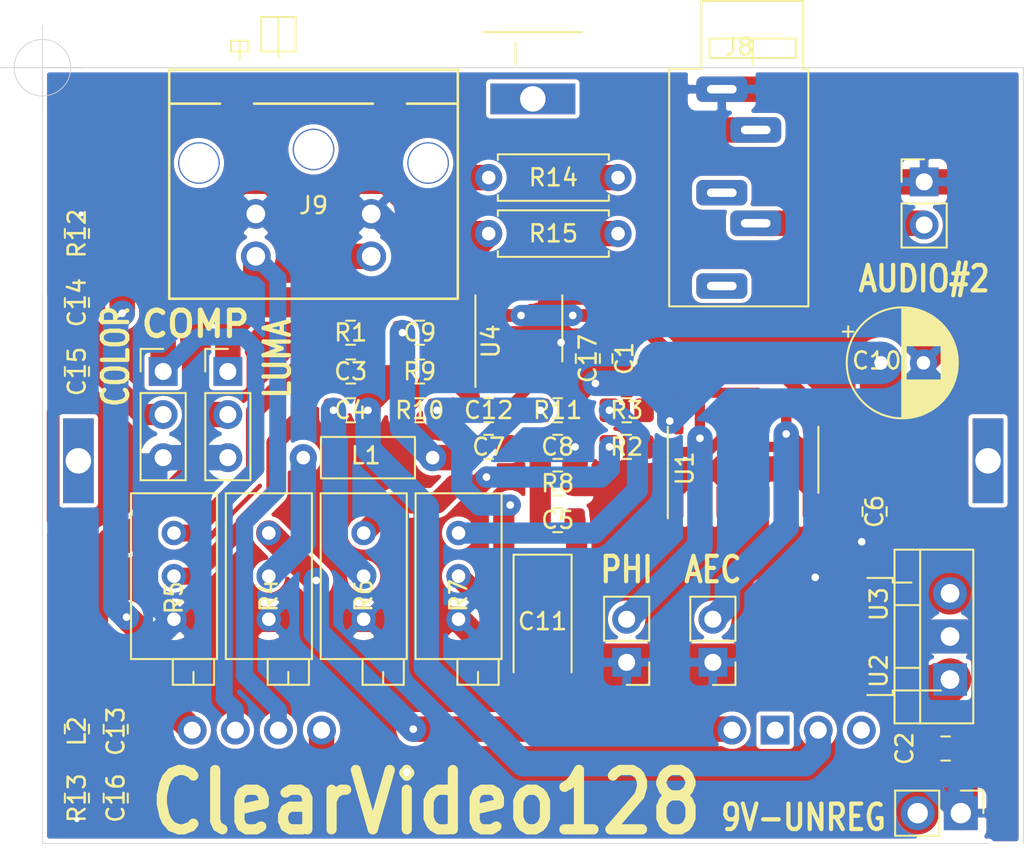
<source format=kicad_pcb>
(kicad_pcb (version 20171130) (host pcbnew "(5.1.2)-1")
  (layers (0 F.Cu signal) (31 B.Cu signal) (34 B.Paste user) (35 F.Paste user) (36 B.SilkS user) (37 F.SilkS user) (38 B.Mask user hide) (39 F.Mask user hide) (44 Edge.Cuts user))
  (net 0 "")
  (net 1 GND)
  (net 2 "Net-(C3-Pad2)")
  (net 3 +5V)
  (net 4 "Net-(L1-Pad1)")
  (net 5 "Net-(R15-Pad1)")
  (net 6 /AEC)
  (net 7 /PHCL)
  (net 8 "Net-(C2-Pad1)")
  (net 9 "Net-(C4-Pad2)")
  (net 10 "Net-(C5-Pad1)")
  (net 11 "Net-(C5-Pad2)")
  (net 12 "Net-(C7-Pad1)")
  (net 13 "Net-(C9-Pad1)")
  (net 14 "Net-(C11-Pad1)")
  (net 15 "Net-(C12-Pad2)")
  (net 16 "Net-(C12-Pad1)")
  (net 17 "Net-(C13-Pad2)")
  (net 18 "Net-(C13-Pad1)")
  (net 19 "Net-(C14-Pad1)")
  (net 20 "Net-(C14-Pad2)")
  (net 21 "Net-(C15-Pad1)")
  (net 22 /COMP-OUT)
  (net 23 /AUDIO-IN)
  (net 24 /CHR-OUT)
  (net 25 /SLUM-OUT)
  (net 26 "Net-(J3-Pad1)")
  (net 27 /SLUM-IN)
  (net 28 "Net-(J3-Pad3)")
  (net 29 /CHR-IN)
  (net 30 "Net-(J7-Pad2)")
  (net 31 "Net-(J8-Pad4)")
  (net 32 "Net-(J8-Pad5)")
  (net 33 "Net-(R1-Pad1)")
  (net 34 "Net-(R1-Pad2)")
  (net 35 "Net-(R2-Pad1)")
  (net 36 "Net-(R2-Pad2)")
  (net 37 "Net-(R3-Pad2)")
  (net 38 "Net-(R3-Pad1)")
  (net 39 "Net-(R14-Pad2)")
  (net 40 "Net-(U1-Pad2)")
  (net 41 "Net-(U1-Pad4)")
  (net 42 "Net-(U1-Pad6)")
  (net 43 "Net-(U4-Pad7)")
  (module CPU2:RFM_C128 (layer F.Cu) (at 87.817001 70.672001)
    (fp_text reference J3)
    (fp_text value RFM_C128)
    (pad "" thru_hole rect (at 26.8158 -15.875 180) (size 1.81 5) (drill 1.5) (layers *.Cu *.Mask))
    (pad "" thru_hole rect (at -26.7716 -15.875 180) (size 1.81 5) (drill 1.5) (layers *.Cu *.Mask))
    (pad "" thru_hole rect (at 0 -37.211 90) (size 1.81 5) (drill 1.5) (layers *.Cu *.Mask))
    (pad 4 thru_hole circle (at 11.7348 0 90) (size 1.7 1.7) (drill 1) (layers *.Cu *.Mask) (net 29 /CHR-IN))
    (pad 3 thru_hole rect (at 14.2748 0 90) (size 1.7 1.7) (drill 1) (layers *.Cu *.Mask) (net 28 "Net-(J3-Pad3)"))
    (pad 2 thru_hole circle (at 16.8148 0 90) (size 1.7 1.7) (drill 1) (layers *.Cu *.Mask) (net 27 /SLUM-IN))
    (pad 1 thru_hole circle (at 19.3548 0 90) (size 1.7 1.7) (drill 1) (layers *.Cu *.Mask) (net 26 "Net-(J3-Pad1)"))
    (pad 5 thru_hole oval (at -12.446 0 90) (size 1.7 1.7) (drill 1) (layers *.Cu *.Mask) (net 22 /COMP-OUT))
    (pad 6 thru_hole oval (at -14.986 0 90) (size 1.7 1.7) (drill 1) (layers *.Cu *.Mask) (net 25 /SLUM-OUT))
    (pad 7 thru_hole oval (at -17.526 0 90) (size 1.7 1.7) (drill 1) (layers *.Cu *.Mask) (net 24 /CHR-OUT))
    (pad 8 thru_hole circle (at -20.066 0 90) (size 1.7 1.7) (drill 1) (layers *.Cu *.Mask) (net 23 /AUDIO-IN))
  )
  (module CPU2:SVIDEO_PORT_KMDGX-4S-BS (layer F.Cu) (at 74.898 39.243)
    (fp_text reference J9 (at 0 0.5 180) (layer F.SilkS))
    (fp_text value Conn_01x08)
    (pad "" thru_hole circle (at 0 -2.8) (size 2.45 2.45) (drill 2.3) (layers *.Cu *.Mask))
    (pad "" thru_hole circle (at 6.75 -2) (size 2.45 2.45) (drill 2.3) (layers *.Cu *.Mask))
    (pad "" thru_hole circle (at -6.75 -2) (size 2.45 2.45) (drill 2.3) (layers *.Cu *.Mask))
    (pad 6 thru_hole circle (at -3.4 3.5) (size 1.75 1.75) (drill 1.1) (layers *.Cu *.Mask) (net 25 /SLUM-OUT) (clearance 0.3))
    (pad 3 thru_hole circle (at -3.4 1) (size 1.75 1.75) (drill 1.1) (layers *.Cu *.Mask) (net 1 GND) (clearance 0.3))
    (pad 5 thru_hole circle (at 3.4 1) (size 1.75 1.75) (drill 1.1) (layers *.Cu *.Mask) (net 1 GND) (clearance 0.3))
    (pad 8 thru_hole circle (at 3.4 3.5) (size 1.75 1.75) (drill 1.1) (layers *.Cu *.Mask) (net 24 /CHR-OUT) (clearance 0.3))
  )
  (module Package_SO:SO-8_3.9x4.9mm_P1.27mm (layer F.Cu) (at 86.995 46.99 90)
    (fp_text reference U4 (at -0.762 -1.651 90) (layer F.SilkS))
    (fp_text value THS7316D)
    (pad 1 smd roundrect (at -2.575 -1.905 90) (size 1.75 0.6) (layers F.Cu F.Paste F.Mask) (net 13 "Net-(C9-Pad1)"))
    (pad 2 smd roundrect (at -2.575 -0.635 90) (size 1.75 0.6) (layers F.Cu F.Paste F.Mask) (net 1 GND))
    (pad 3 smd roundrect (at -2.575 0.635 90) (size 1.75 0.6) (layers F.Cu F.Paste F.Mask) (net 16 "Net-(C12-Pad1)"))
    (pad 4 smd roundrect (at -2.575 1.905 90) (size 1.75 0.6) (layers F.Cu F.Paste F.Mask) (net 3 +5V))
    (pad 5 smd roundrect (at 2.575 1.905 90) (size 1.75 0.6) (layers F.Cu F.Paste F.Mask) (net 1 GND))
    (pad 6 smd roundrect (at 2.575 0.635 90) (size 1.75 0.6) (layers F.Cu F.Paste F.Mask) (net 5 "Net-(R15-Pad1)"))
    (pad 7 smd roundrect (at 2.575 -0.635 90) (size 1.75 0.6) (layers F.Cu F.Paste F.Mask) (net 43 "Net-(U4-Pad7)"))
    (pad 8 smd roundrect (at 2.575 -1.905 90) (size 1.75 0.6) (layers F.Cu F.Paste F.Mask) (net 39 "Net-(R14-Pad2)"))
  )
  (module Package_TO_SOT_THT:TO-220-3_Vertical (layer F.Cu) (at 112.395 67.691 90)
    (fp_text reference U3 (at 4.445 -4.191 90) (layer F.SilkS))
    (fp_text value LM7805_TO220)
    (pad 1 thru_hole rect (at 0 0 90) (size 1.905 2) (drill 1.1) (layers *.Cu *.Mask) (net 8 "Net-(C2-Pad1)"))
    (pad 2 thru_hole oval (at 2.54 0 90) (size 1.905 2) (drill 1.1) (layers *.Cu *.Mask) (net 1 GND))
    (pad 3 thru_hole oval (at 5.08 0 90) (size 1.905 2) (drill 1.1) (layers *.Cu *.Mask) (net 3 +5V))
  )
  (module Capacitor_SMD:C_0805_2012Metric_Pad1.15x1.40mm_HandSolder (layer F.Cu) (at 93.218 48.768 90)
    (fp_text reference C1 (at 0 0 90) (layer F.SilkS))
    (fp_text value 47nF)
    (pad 2 smd roundrect (at 1.025 0 90) (size 1.15 1.4) (layers F.Cu F.Paste F.Mask) (roundrect_rratio 0.217391) (net 1 GND))
    (pad 1 smd roundrect (at -1.025 0 90) (size 1.15 1.4) (layers F.Cu F.Paste F.Mask) (roundrect_rratio 0.217391) (net 3 +5V))
  )
  (module Capacitor_SMD:C_0805_2012Metric_Pad1.15x1.40mm_HandSolder (layer F.Cu) (at 77.089 49.53 180)
    (fp_text reference C3 (at 0 0) (layer F.SilkS))
    (fp_text value 47pF)
    (pad 1 smd roundrect (at -1.025 0 180) (size 1.15 1.4) (layers F.Cu F.Paste F.Mask) (roundrect_rratio 0.217391) (net 27 /SLUM-IN))
    (pad 2 smd roundrect (at 1.025 0 180) (size 1.15 1.4) (layers F.Cu F.Paste F.Mask) (roundrect_rratio 0.217391) (net 2 "Net-(C3-Pad2)"))
  )
  (module Capacitor_SMD:C_0805_2012Metric_Pad1.15x1.40mm_HandSolder (layer F.Cu) (at 77.089 51.816 180)
    (fp_text reference C4 (at 0 0) (layer F.SilkS))
    (fp_text value 47pF)
    (pad 2 smd roundrect (at 1.025 0 180) (size 1.15 1.4) (layers F.Cu F.Paste F.Mask) (roundrect_rratio 0.217391) (net 9 "Net-(C4-Pad2)"))
    (pad 1 smd roundrect (at -1.025 0 180) (size 1.15 1.4) (layers F.Cu F.Paste F.Mask) (roundrect_rratio 0.217391) (net 27 /SLUM-IN))
  )
  (module Capacitor_SMD:C_0805_2012Metric_Pad1.15x1.40mm_HandSolder (layer F.Cu) (at 89.281 58.293)
    (fp_text reference C5 (at 0 0 180) (layer F.SilkS))
    (fp_text value 47pF)
    (pad 1 smd roundrect (at -1.025 0) (size 1.15 1.4) (layers F.Cu F.Paste F.Mask) (roundrect_rratio 0.217391) (net 10 "Net-(C5-Pad1)"))
    (pad 2 smd roundrect (at 1.025 0) (size 1.15 1.4) (layers F.Cu F.Paste F.Mask) (roundrect_rratio 0.217391) (net 11 "Net-(C5-Pad2)"))
  )
  (module Capacitor_SMD:C_0805_2012Metric_Pad1.15x1.40mm_HandSolder (layer F.Cu) (at 85.217 53.975)
    (fp_text reference C7 (at 0 0) (layer F.SilkS))
    (fp_text value 330pF)
    (pad 1 smd roundrect (at -1.025 0) (size 1.15 1.4) (layers F.Cu F.Paste F.Mask) (roundrect_rratio 0.217391) (net 12 "Net-(C7-Pad1)"))
    (pad 2 smd roundrect (at 1.025 0) (size 1.15 1.4) (layers F.Cu F.Paste F.Mask) (roundrect_rratio 0.217391) (net 10 "Net-(C5-Pad1)"))
  )
  (module Capacitor_SMD:C_0805_2012Metric_Pad1.15x1.40mm_HandSolder (layer F.Cu) (at 89.281 53.975)
    (fp_text reference C8 (at 0 0) (layer F.SilkS))
    (fp_text value 150pF)
    (pad 2 smd roundrect (at 1.025 0) (size 1.15 1.4) (layers F.Cu F.Paste F.Mask) (roundrect_rratio 0.217391) (net 1 GND))
    (pad 1 smd roundrect (at -1.025 0) (size 1.15 1.4) (layers F.Cu F.Paste F.Mask) (roundrect_rratio 0.217391) (net 10 "Net-(C5-Pad1)"))
  )
  (module Capacitor_SMD:C_0805_2012Metric_Pad1.15x1.40mm_HandSolder (layer F.Cu) (at 81.153 47.244 180)
    (fp_text reference C9 (at 0 0) (layer F.SilkS))
    (fp_text value 0.1uF)
    (pad 1 smd roundrect (at -1.025 0 180) (size 1.15 1.4) (layers F.Cu F.Paste F.Mask) (roundrect_rratio 0.217391) (net 13 "Net-(C9-Pad1)"))
    (pad 2 smd roundrect (at 1.025 0 180) (size 1.15 1.4) (layers F.Cu F.Paste F.Mask) (roundrect_rratio 0.217391) (net 12 "Net-(C7-Pad1)"))
  )
  (module Capacitor_THT:CP_Radial_D6.3mm_P2.50mm (layer F.Cu) (at 108.331 49.022)
    (fp_text reference C10 (at -0.254 -0.127) (layer F.SilkS))
    (fp_text value 47uF)
    (pad 1 thru_hole rect (at 0 0) (size 1.6 1.6) (drill 0.8) (layers *.Cu *.Mask) (net 3 +5V))
    (pad 2 thru_hole circle (at 2.5 0) (size 1.6 1.6) (drill 0.8) (layers *.Cu *.Mask) (net 1 GND))
  )
  (module Capacitor_Tantalum_SMD:CP_EIA-6032-28_Kemet-C_Pad2.25x2.35mm_HandSolder (layer F.Cu) (at 88.392 64.262 270)
    (fp_text reference C11 (at 0 0 180) (layer F.SilkS))
    (fp_text value 22uF)
    (pad 1 smd roundrect (at -2.55 0 270) (size 2.25 2.35) (layers F.Cu F.Paste F.Mask) (roundrect_rratio 0.111111) (net 14 "Net-(C11-Pad1)"))
    (pad 2 smd roundrect (at 2.55 0 270) (size 2.25 2.35) (layers F.Cu F.Paste F.Mask) (roundrect_rratio 0.111111) (net 1 GND))
  )
  (module Capacitor_SMD:C_0805_2012Metric_Pad1.15x1.40mm_HandSolder (layer F.Cu) (at 85.217 51.816 180)
    (fp_text reference C12 (at 0 0) (layer F.SilkS))
    (fp_text value 0.1uF)
    (pad 2 smd roundrect (at 1.025 0 180) (size 1.15 1.4) (layers F.Cu F.Paste F.Mask) (roundrect_rratio 0.217391) (net 15 "Net-(C12-Pad2)"))
    (pad 1 smd roundrect (at -1.025 0 180) (size 1.15 1.4) (layers F.Cu F.Paste F.Mask) (roundrect_rratio 0.217391) (net 16 "Net-(C12-Pad1)"))
  )
  (module Capacitor_SMD:C_0805_2012Metric_Pad1.15x1.40mm_HandSolder (layer F.Cu) (at 63.246 70.612 90)
    (fp_text reference C13 (at -0.127 0 90) (layer F.SilkS))
    (fp_text value 0.1)
    (pad 2 smd roundrect (at 1.025 0 90) (size 1.15 1.4) (layers F.Cu F.Paste F.Mask) (roundrect_rratio 0.217391) (net 17 "Net-(C13-Pad2)"))
    (pad 1 smd roundrect (at -1.025 0 90) (size 1.15 1.4) (layers F.Cu F.Paste F.Mask) (roundrect_rratio 0.217391) (net 18 "Net-(C13-Pad1)"))
  )
  (module Capacitor_SMD:C_0805_2012Metric_Pad1.15x1.40mm_HandSolder (layer F.Cu) (at 60.96 45.466 90)
    (fp_text reference C14 (at 0 0 90) (layer F.SilkS))
    (fp_text value 0.1)
    (pad 1 smd roundrect (at -1.025 0 90) (size 1.15 1.4) (layers F.Cu F.Paste F.Mask) (roundrect_rratio 0.217391) (net 19 "Net-(C14-Pad1)"))
    (pad 2 smd roundrect (at 1.025 0 90) (size 1.15 1.4) (layers F.Cu F.Paste F.Mask) (roundrect_rratio 0.217391) (net 20 "Net-(C14-Pad2)"))
  )
  (module Capacitor_SMD:C_0805_2012Metric_Pad1.15x1.40mm_HandSolder (layer F.Cu) (at 60.96 49.53 90)
    (fp_text reference C15 (at 0 0 90) (layer F.SilkS))
    (fp_text value 33p)
    (pad 2 smd roundrect (at 1.025 0 90) (size 1.15 1.4) (layers F.Cu F.Paste F.Mask) (roundrect_rratio 0.217391) (net 20 "Net-(C14-Pad2)"))
    (pad 1 smd roundrect (at -1.025 0 90) (size 1.15 1.4) (layers F.Cu F.Paste F.Mask) (roundrect_rratio 0.217391) (net 21 "Net-(C15-Pad1)"))
  )
  (module Capacitor_SMD:C_0805_2012Metric_Pad1.15x1.40mm_HandSolder (layer F.Cu) (at 63.246 74.676 90)
    (fp_text reference C16 (at 0 0 90) (layer F.SilkS))
    (fp_text value 150p)
    (pad 1 smd roundrect (at -1.025 0 90) (size 1.15 1.4) (layers F.Cu F.Paste F.Mask) (roundrect_rratio 0.217391) (net 22 /COMP-OUT))
    (pad 2 smd roundrect (at 1.025 0 90) (size 1.15 1.4) (layers F.Cu F.Paste F.Mask) (roundrect_rratio 0.217391) (net 18 "Net-(C13-Pad1)"))
  )
  (module Capacitor_SMD:C_0805_2012Metric_Pad1.15x1.40mm_HandSolder (layer F.Cu) (at 91.059 48.768 90)
    (fp_text reference C17 (at 0 0 90) (layer F.SilkS))
    (fp_text value 0.1uF)
    (pad 1 smd roundrect (at -1.025 0 90) (size 1.15 1.4) (layers F.Cu F.Paste F.Mask) (roundrect_rratio 0.217391) (net 3 +5V))
    (pad 2 smd roundrect (at 1.025 0 90) (size 1.15 1.4) (layers F.Cu F.Paste F.Mask) (roundrect_rratio 0.217391) (net 1 GND))
  )
  (module Connector_PinHeader_2.54mm:PinHeader_1x02_P2.54mm_Vertical (layer F.Cu) (at 93.345 66.675 180)
    (fp_text reference PHI (at 0 5.461) (layer F.SilkS) (effects (font (size 1.5 1.2) (thickness 0.25))))
    (fp_text value PHCL)
    (pad 2 thru_hole oval (at 0 2.54 180) (size 1.7 1.7) (drill 1) (layers *.Cu *.Mask) (net 7 /PHCL))
    (pad 1 thru_hole rect (at 0 0 180) (size 1.7 1.7) (drill 1) (layers *.Cu *.Mask) (net 1 GND))
  )
  (module Connector_PinHeader_2.54mm:PinHeader_1x02_P2.54mm_Vertical (layer F.Cu) (at 98.425 66.675 180)
    (fp_text reference AEC (at 0 5.461) (layer F.SilkS) (effects (font (size 1.5 1.2) (thickness 0.25))))
    (fp_text value AEC)
    (pad 1 thru_hole rect (at 0 0 180) (size 1.7 1.7) (drill 1) (layers *.Cu *.Mask) (net 1 GND))
    (pad 2 thru_hole oval (at 0 2.54 180) (size 1.7 1.7) (drill 1) (layers *.Cu *.Mask) (net 6 /AEC))
  )
  (module Connector_PinHeader_2.54mm:PinHeader_1x02_P2.54mm_Vertical (layer F.Cu) (at 113.03 75.565 270)
    (fp_text reference 9V-UNREG (at 0.254 9.271 180) (layer F.SilkS) (effects (font (size 1.5 1.2) (thickness 0.25))))
    (fp_text value 9V-Unreg)
    (pad 1 thru_hole rect (at 0 0 270) (size 2 2) (drill 1.2) (layers *.Cu *.Mask) (net 1 GND))
    (pad 2 thru_hole oval (at 0 2.54 270) (size 2 2) (drill 1.2) (layers *.Cu *.Mask) (net 8 "Net-(C2-Pad1)"))
  )
  (module Connector_PinHeader_2.54mm:PinHeader_1x03_P2.54mm_Vertical (layer F.Cu) (at 69.85 49.53)
    (fp_text reference LUMA (at 2.921 -0.762 270) (layer F.SilkS) (effects (font (size 1.5 1.2) (thickness 0.25))))
    (fp_text value CY)
    (pad 3 thru_hole oval (at 0 5.08) (size 1.7 1.7) (drill 1) (layers *.Cu *.Mask) (net 1 GND))
    (pad 2 thru_hole oval (at 0 2.54) (size 1.7 1.7) (drill 1) (layers *.Cu *.Mask) (net 17 "Net-(C13-Pad2)"))
    (pad 1 thru_hole rect (at 0 0) (size 1.7 1.7) (drill 1) (layers *.Cu *.Mask) (net 25 /SLUM-OUT))
  )
  (module Connector_PinHeader_2.54mm:PinHeader_1x03_P2.54mm_Vertical (layer F.Cu) (at 66.04 49.53)
    (fp_text reference COLOR (at -2.794 -0.889 90) (layer F.SilkS) (effects (font (size 1.5 1.2) (thickness 0.25))))
    (fp_text value CC)
    (pad 1 thru_hole rect (at 0 0) (size 1.7 1.7) (drill 1) (layers *.Cu *.Mask) (net 24 /CHR-OUT))
    (pad 2 thru_hole oval (at 0 2.54) (size 1.7 1.7) (drill 1) (layers *.Cu *.Mask) (net 19 "Net-(C14-Pad1)"))
    (pad 3 thru_hole oval (at 0 5.08) (size 1.7 1.7) (drill 1) (layers *.Cu *.Mask) (net 1 GND))
  )
  (module Connector_PinHeader_2.54mm:PinHeader_1x02_P2.54mm_Vertical (layer F.Cu) (at 110.871 38.354)
    (fp_text reference AUDIO#2 (at 0 5.715) (layer F.SilkS) (effects (font (size 1.5 1.2) (thickness 0.25))))
    (fp_text value 2ndAudioChannel)
    (pad 2 thru_hole oval (at 0 2.54) (size 1.7 1.7) (drill 1) (layers *.Cu *.Mask) (net 30 "Net-(J7-Pad2)"))
    (pad 1 thru_hole rect (at 0 0) (size 1.7 1.7) (drill 1) (layers *.Cu *.Mask) (net 1 GND))
  )
  (module CPU2:Audio_SJ1-3535NG (layer F.Cu) (at 99.949 29.893)
    (fp_text reference J8 (at 0 0.5) (layer F.SilkS))
    (fp_text value AudioJack)
    (pad 1 thru_hole roundrect (at -1 3) (size 3 1.5) (drill oval 1.75 0.5) (layers *.Cu *.Mask) (net 1 GND))
    (pad 2 thru_hole roundrect (at 1 5.4) (size 3 1.5) (drill oval 1.75 0.5) (layers *.Cu *.Mask) (net 23 /AUDIO-IN))
    (pad 3 thru_hole roundrect (at 1 10.9) (size 3 1.5) (drill oval 1.75 0.5) (layers *.Cu *.Mask) (net 30 "Net-(J7-Pad2)"))
    (pad 4 thru_hole roundrect (at -1 14.6) (size 3 1.5) (drill oval 1.75 0.5) (layers *.Cu *.Mask) (net 31 "Net-(J8-Pad4)"))
    (pad 5 thru_hole roundrect (at -1 9.1) (size 3 1.5) (drill oval 1.75 0.5) (layers *.Cu *.Mask) (net 32 "Net-(J8-Pad5)"))
  )
  (module Inductor_THT:L_Axial_L5.3mm_D2.2mm_P7.62mm_Horizontal_Vishay_IM-1 (layer F.Cu) (at 74.295 54.61)
    (fp_text reference L1 (at 3.683 -0.127) (layer F.SilkS))
    (fp_text value 22uH)
    (pad 1 thru_hole circle (at 0 0) (size 1.6 1.6) (drill 0.8) (layers *.Cu *.Mask) (net 4 "Net-(L1-Pad1)"))
    (pad 2 thru_hole oval (at 7.62 0) (size 1.6 1.6) (drill 0.8) (layers *.Cu *.Mask) (net 12 "Net-(C7-Pad1)"))
  )
  (module Inductor_SMD:L_0805_2012Metric_Pad1.15x1.40mm_HandSolder (layer F.Cu) (at 60.96 70.603 270)
    (fp_text reference L2 (at 0.136 0 90) (layer F.SilkS))
    (fp_text value 56uH)
    (pad 1 smd roundrect (at -1.025 0 270) (size 1.15 1.4) (layers F.Cu F.Paste F.Mask) (roundrect_rratio 0.217391) (net 21 "Net-(C15-Pad1)"))
    (pad 2 smd roundrect (at 1.025 0 270) (size 1.15 1.4) (layers F.Cu F.Paste F.Mask) (roundrect_rratio 0.217391) (net 18 "Net-(C13-Pad1)"))
  )
  (module Resistor_SMD:R_0805_2012Metric_Pad1.15x1.40mm_HandSolder (layer F.Cu) (at 77.08 47.244)
    (fp_text reference R1 (at 0.009 0) (layer F.SilkS))
    (fp_text value 2K)
    (pad 1 smd roundrect (at -1.025 0) (size 1.15 1.4) (layers F.Cu F.Paste F.Mask) (roundrect_rratio 0.217391) (net 33 "Net-(R1-Pad1)"))
    (pad 2 smd roundrect (at 1.025 0) (size 1.15 1.4) (layers F.Cu F.Paste F.Mask) (roundrect_rratio 0.217391) (net 34 "Net-(R1-Pad2)"))
  )
  (module Resistor_SMD:R_0805_2012Metric_Pad1.15x1.40mm_HandSolder (layer F.Cu) (at 93.345 53.975)
    (fp_text reference R2 (at 0 0) (layer F.SilkS))
    (fp_text value 2K)
    (pad 1 smd roundrect (at -1.025 0) (size 1.15 1.4) (layers F.Cu F.Paste F.Mask) (roundrect_rratio 0.217391) (net 35 "Net-(R2-Pad1)"))
    (pad 2 smd roundrect (at 1.025 0) (size 1.15 1.4) (layers F.Cu F.Paste F.Mask) (roundrect_rratio 0.217391) (net 36 "Net-(R2-Pad2)"))
  )
  (module Resistor_SMD:R_0805_2012Metric_Pad1.15x1.40mm_HandSolder (layer F.Cu) (at 93.345 51.816)
    (fp_text reference R3 (at 0 0) (layer F.SilkS))
    (fp_text value 2K)
    (pad 2 smd roundrect (at 1.025 0) (size 1.15 1.4) (layers F.Cu F.Paste F.Mask) (roundrect_rratio 0.217391) (net 37 "Net-(R3-Pad2)"))
    (pad 1 smd roundrect (at -1.025 0) (size 1.15 1.4) (layers F.Cu F.Paste F.Mask) (roundrect_rratio 0.217391) (net 38 "Net-(R3-Pad1)"))
  )
  (module Potentiometer_THT:Potentiometer_Bourns_3296X_Horizontal (layer F.Cu) (at 72.263 59.055 90)
    (fp_text reference R4 (at -3.683 0 90) (layer F.SilkS))
    (fp_text value 10K)
    (pad 3 thru_hole circle (at -5.08 0 90) (size 1.44 1.44) (drill 0.8) (layers *.Cu *.Mask) (net 1 GND))
    (pad 2 thru_hole circle (at -2.54 0 90) (size 1.44 1.44) (drill 0.8) (layers *.Cu *.Mask) (net 4 "Net-(L1-Pad1)"))
    (pad 1 thru_hole circle (at 0 0 90) (size 1.44 1.44) (drill 0.8) (layers *.Cu *.Mask) (net 29 /CHR-IN))
  )
  (module Potentiometer_THT:Potentiometer_Bourns_3296X_Horizontal (layer F.Cu) (at 66.675 59.055 90)
    (fp_text reference R5 (at -3.81 0 90) (layer F.SilkS))
    (fp_text value 250R)
    (pad 1 thru_hole circle (at 0 0 90) (size 1.44 1.44) (drill 0.8) (layers *.Cu *.Mask) (net 33 "Net-(R1-Pad1)"))
    (pad 2 thru_hole circle (at -2.54 0 90) (size 1.44 1.44) (drill 0.8) (layers *.Cu *.Mask) (net 2 "Net-(C3-Pad2)"))
    (pad 3 thru_hole circle (at -5.08 0 90) (size 1.44 1.44) (drill 0.8) (layers *.Cu *.Mask) (net 1 GND))
  )
  (module Potentiometer_THT:Potentiometer_Bourns_3296X_Horizontal (layer F.Cu) (at 77.851 59.055 90)
    (fp_text reference R6 (at -3.683 0 90) (layer F.SilkS))
    (fp_text value 250R)
    (pad 3 thru_hole circle (at -5.08 0 90) (size 1.44 1.44) (drill 0.8) (layers *.Cu *.Mask) (net 1 GND))
    (pad 2 thru_hole circle (at -2.54 0 90) (size 1.44 1.44) (drill 0.8) (layers *.Cu *.Mask) (net 9 "Net-(C4-Pad2)"))
    (pad 1 thru_hole circle (at 0 0 90) (size 1.44 1.44) (drill 0.8) (layers *.Cu *.Mask) (net 35 "Net-(R2-Pad1)"))
  )
  (module Potentiometer_THT:Potentiometer_Bourns_3296X_Horizontal (layer F.Cu) (at 83.439 59.055 90)
    (fp_text reference R7 (at -3.683 0 90) (layer F.SilkS))
    (fp_text value 250R)
    (pad 1 thru_hole circle (at 0 0 90) (size 1.44 1.44) (drill 0.8) (layers *.Cu *.Mask) (net 38 "Net-(R3-Pad1)"))
    (pad 2 thru_hole circle (at -2.54 0 90) (size 1.44 1.44) (drill 0.8) (layers *.Cu *.Mask) (net 11 "Net-(C5-Pad2)"))
    (pad 3 thru_hole circle (at -5.08 0 90) (size 1.44 1.44) (drill 0.8) (layers *.Cu *.Mask) (net 1 GND))
  )
  (module Resistor_SMD:R_0805_2012Metric_Pad1.15x1.40mm_HandSolder (layer F.Cu) (at 89.281 56.134 180)
    (fp_text reference R8 (at 0 0 180) (layer F.SilkS))
    (fp_text value 5K6)
    (pad 1 smd roundrect (at -1.025 0 180) (size 1.15 1.4) (layers F.Cu F.Paste F.Mask) (roundrect_rratio 0.217391) (net 1 GND))
    (pad 2 smd roundrect (at 1.025 0 180) (size 1.15 1.4) (layers F.Cu F.Paste F.Mask) (roundrect_rratio 0.217391) (net 10 "Net-(C5-Pad1)"))
  )
  (module Resistor_SMD:R_0805_2012Metric_Pad1.15x1.40mm_HandSolder (layer F.Cu) (at 81.153 49.53 180)
    (fp_text reference R9 (at 0 0) (layer F.SilkS))
    (fp_text value 470R)
    (pad 2 smd roundrect (at 1.025 0 180) (size 1.15 1.4) (layers F.Cu F.Paste F.Mask) (roundrect_rratio 0.217391) (net 27 /SLUM-IN))
    (pad 1 smd roundrect (at -1.025 0 180) (size 1.15 1.4) (layers F.Cu F.Paste F.Mask) (roundrect_rratio 0.217391) (net 15 "Net-(C12-Pad2)"))
  )
  (module Resistor_SMD:R_0805_2012Metric_Pad1.15x1.40mm_HandSolder (layer F.Cu) (at 81.153 51.816)
    (fp_text reference R10 (at 0 0) (layer F.SilkS))
    (fp_text value 150R)
    (pad 1 smd roundrect (at -1.025 0) (size 1.15 1.4) (layers F.Cu F.Paste F.Mask) (roundrect_rratio 0.217391) (net 15 "Net-(C12-Pad2)"))
    (pad 2 smd roundrect (at 1.025 0) (size 1.15 1.4) (layers F.Cu F.Paste F.Mask) (roundrect_rratio 0.217391) (net 14 "Net-(C11-Pad1)"))
  )
  (module Resistor_SMD:R_0805_2012Metric_Pad1.15x1.40mm_HandSolder (layer F.Cu) (at 89.281 51.816 180)
    (fp_text reference R11 (at 0 0) (layer F.SilkS))
    (fp_text value 22R)
    (pad 2 smd roundrect (at 1.025 0 180) (size 1.15 1.4) (layers F.Cu F.Paste F.Mask) (roundrect_rratio 0.217391) (net 14 "Net-(C11-Pad1)"))
    (pad 1 smd roundrect (at -1.025 0 180) (size 1.15 1.4) (layers F.Cu F.Paste F.Mask) (roundrect_rratio 0.217391) (net 3 +5V))
  )
  (module Resistor_SMD:R_0805_2012Metric_Pad1.15x1.40mm_HandSolder (layer F.Cu) (at 60.96 41.393 90)
    (fp_text reference R12 (at -0.009 0 90) (layer F.SilkS))
    (fp_text value 270)
    (pad 1 smd roundrect (at -1.025 0 90) (size 1.15 1.4) (layers F.Cu F.Paste F.Mask) (roundrect_rratio 0.217391) (net 20 "Net-(C14-Pad2)"))
    (pad 2 smd roundrect (at 1.025 0 90) (size 1.15 1.4) (layers F.Cu F.Paste F.Mask) (roundrect_rratio 0.217391) (net 1 GND))
  )
  (module Resistor_SMD:R_0805_2012Metric_Pad1.15x1.40mm_HandSolder (layer F.Cu) (at 60.96 74.676 270)
    (fp_text reference R13 (at 0 0 90) (layer F.SilkS))
    (fp_text value 390)
    (pad 2 smd roundrect (at 1.025 0 270) (size 1.15 1.4) (layers F.Cu F.Paste F.Mask) (roundrect_rratio 0.217391) (net 1 GND))
    (pad 1 smd roundrect (at -1.025 0 270) (size 1.15 1.4) (layers F.Cu F.Paste F.Mask) (roundrect_rratio 0.217391) (net 18 "Net-(C13-Pad1)"))
  )
  (module Resistor_THT:R_Axial_DIN0207_L6.3mm_D2.5mm_P7.62mm_Horizontal (layer F.Cu) (at 85.217 38.1)
    (fp_text reference R14 (at 3.81 0) (layer F.SilkS))
    (fp_text value 75.0R)
    (pad 1 thru_hole circle (at 0 0) (size 1.6 1.6) (drill 0.8) (layers *.Cu *.Mask) (net 24 /CHR-OUT))
    (pad 2 thru_hole oval (at 7.62 0) (size 1.6 1.6) (drill 0.8) (layers *.Cu *.Mask) (net 39 "Net-(R14-Pad2)"))
  )
  (module Resistor_THT:R_Axial_DIN0207_L6.3mm_D2.5mm_P7.62mm_Horizontal (layer F.Cu) (at 92.837 41.402 180)
    (fp_text reference R15 (at 3.81 0) (layer F.SilkS))
    (fp_text value 75.0R)
    (pad 2 thru_hole oval (at 7.62 0 180) (size 1.6 1.6) (drill 0.8) (layers *.Cu *.Mask) (net 25 /SLUM-OUT))
    (pad 1 thru_hole circle (at 0 0 180) (size 1.6 1.6) (drill 0.8) (layers *.Cu *.Mask) (net 5 "Net-(R15-Pad1)"))
  )
  (module Package_SO:SOIC-14_3.9x8.7mm_P1.27mm (layer F.Cu) (at 100.203 54.737 90)
    (fp_text reference U1 (at -0.508 -3.429 90) (layer F.SilkS))
    (fp_text value 74F06)
    (pad 1 smd roundrect (at -2.475 -3.81 90) (size 1.95 0.6) (layers F.Cu F.Paste F.Mask) (net 1 GND))
    (pad 2 smd roundrect (at -2.475 -2.54 90) (size 1.95 0.6) (layers F.Cu F.Paste F.Mask) (net 40 "Net-(U1-Pad2)"))
    (pad 3 smd roundrect (at -2.475 -1.27 90) (size 1.95 0.6) (layers F.Cu F.Paste F.Mask) (net 1 GND))
    (pad 4 smd roundrect (at -2.475 0 90) (size 1.95 0.6) (layers F.Cu F.Paste F.Mask) (net 41 "Net-(U1-Pad4)"))
    (pad 5 smd roundrect (at -2.475 1.27 90) (size 1.95 0.6) (layers F.Cu F.Paste F.Mask) (net 1 GND))
    (pad 6 smd roundrect (at -2.475 2.54 90) (size 1.95 0.6) (layers F.Cu F.Paste F.Mask) (net 42 "Net-(U1-Pad6)"))
    (pad 7 smd roundrect (at -2.475 3.81 90) (size 1.95 0.6) (layers F.Cu F.Paste F.Mask) (net 1 GND))
    (pad 8 smd roundrect (at 2.475 3.81 90) (size 1.95 0.6) (layers F.Cu F.Paste F.Mask) (net 34 "Net-(R1-Pad2)"))
    (pad 9 smd roundrect (at 2.475 2.54 90) (size 1.95 0.6) (layers F.Cu F.Paste F.Mask) (net 6 /AEC))
    (pad 10 smd roundrect (at 2.475 1.27 90) (size 1.95 0.6) (layers F.Cu F.Paste F.Mask) (net 37 "Net-(R3-Pad2)"))
    (pad 11 smd roundrect (at 2.475 0 90) (size 1.95 0.6) (layers F.Cu F.Paste F.Mask) (net 6 /AEC))
    (pad 12 smd roundrect (at 2.475 -1.27 90) (size 1.95 0.6) (layers F.Cu F.Paste F.Mask) (net 36 "Net-(R2-Pad2)"))
    (pad 13 smd roundrect (at 2.475 -2.54 90) (size 1.95 0.6) (layers F.Cu F.Paste F.Mask) (net 7 /PHCL))
    (pad 14 smd roundrect (at 2.475 -3.81 90) (size 1.95 0.6) (layers F.Cu F.Paste F.Mask) (net 3 +5V))
  )
  (module Package_TO_SOT_SMD:TO-252-3_TabPin2 (layer F.Cu) (at 106.553 65.151 180)
    (fp_text reference U2 (at -1.651 -2.032 90) (layer F.SilkS))
    (fp_text value BA7805FP-E2)
    (pad 1 smd rect (at -4.2 -2.28 180) (size 2.2 1.2) (layers F.Cu F.Paste F.Mask) (net 8 "Net-(C2-Pad1)"))
    (pad 2 smd rect (at -4.2 0 180) (size 2.2 1.2) (layers F.Cu F.Paste F.Mask) (net 1 GND))
    (pad 3 smd rect (at -4.2 2.28 180) (size 2.2 1.2) (layers F.Cu F.Paste F.Mask) (net 3 +5V))
    (pad 2 smd rect (at 2.1 0 180) (size 6.4 5.8) (layers F.Cu F.Mask) (net 1 GND))
  )
  (module Capacitor_SMD:C_0805_2012Metric_Pad1.15x1.40mm_HandSolder (layer F.Cu) (at 112.132 71.755)
    (fp_text reference C2 (at -2.413 0 90) (layer F.SilkS))
    (fp_text value 0.22uF)
    (pad 1 smd roundrect (at -1.025 0) (size 1.15 1.4) (layers F.Cu F.Paste F.Mask) (roundrect_rratio 0.217391) (net 8 "Net-(C2-Pad1)"))
    (pad 2 smd roundrect (at 1.025 0) (size 1.15 1.4) (layers F.Cu F.Paste F.Mask) (roundrect_rratio 0.217391) (net 1 GND))
  )
  (module Capacitor_SMD:C_0805_2012Metric_Pad1.15x1.40mm_HandSolder (layer F.Cu) (at 107.95 57.785 270)
    (fp_text reference C6 (at 0 0 90) (layer F.SilkS))
    (fp_text value 0.22uF)
    (pad 2 smd roundrect (at 1.025 0 270) (size 1.15 1.4) (layers F.Cu F.Paste F.Mask) (roundrect_rratio 0.217391) (net 1 GND))
    (pad 1 smd roundrect (at -1.025 0 270) (size 1.15 1.4) (layers F.Cu F.Paste F.Mask) (roundrect_rratio 0.217391) (net 3 +5V))
  )
  (gr_text ClearVideo128 (at 81.534 74.93) (layer F.SilkS) (effects (font (size 3.5 3) (thickness 0.6))))
  (gr_line (start 58.928 77.343) (end 58.928 31.623) (layer Edge.Cuts) (width 0.05))
  (gr_line (start 114.681 77.343) (end 58.928 77.343) (layer Edge.Cuts) (width 0.05))
  (gr_line (start 116.713 31.623) (end 116.713 77.343) (layer Edge.Cuts) (width 0.05))
  (gr_line (start 58.928 31.623) (end 116.713 31.623) (layer Edge.Cuts) (width 0.05))
  (gr_text COMP (at 67.945 46.736) (layer F.SilkS) (effects (font (size 1.5 1.5) (thickness 0.3))))
  (target plus (at 58.928 31.623) (size 5) (width 0.05) (layer Edge.Cuts))
  (via (at 60.96 75.946) (size 0.36) (drill 0.3) (layers F.Cu B.Cu) (net 1))
  (segment (start 113.03 75.565) (end 113.03 72) (width 1.5) (layer F.Cu) (net 1))
  (segment (start 105.41 64.194) (end 104.453 65.151) (width 1.5) (layer F.Cu) (net 1))
  (segment (start 105.41 61.35) (end 105.41 64.194) (width 1.5) (layer F.Cu) (net 1))
  (segment (start 104.013 58.928) (end 105.9225 60.8375) (width 0.5) (layer F.Cu) (net 1))
  (segment (start 104.013 57.212) (end 104.013 58.928) (width 0.5) (layer F.Cu) (net 1))
  (segment (start 107.95 58.81) (end 107.1925 59.5675) (width 1.5) (layer F.Cu) (net 1))
  (segment (start 105.9225 60.8375) (end 105.41 61.35) (width 1.5) (layer F.Cu) (net 1))
  (segment (start 101.473 57.212) (end 101.473 56.007) (width 0.5) (layer F.Cu) (net 1))
  (segment (start 101.473 56.007) (end 102.235 55.245) (width 0.5) (layer F.Cu) (net 1))
  (segment (start 104.013 56.137) (end 104.013 57.212) (width 0.5) (layer F.Cu) (net 1))
  (segment (start 103.121 55.245) (end 104.013 56.137) (width 0.5) (layer F.Cu) (net 1))
  (segment (start 102.235 55.245) (end 103.121 55.245) (width 0.5) (layer F.Cu) (net 1))
  (segment (start 98.933 57.212) (end 98.933 56.007) (width 0.5) (layer F.Cu) (net 1))
  (segment (start 98.933 56.007) (end 99.695 55.245) (width 0.5) (layer F.Cu) (net 1))
  (segment (start 100.711 55.245) (end 101.473 56.007) (width 0.5) (layer F.Cu) (net 1))
  (segment (start 99.695 55.245) (end 100.711 55.245) (width 0.5) (layer F.Cu) (net 1))
  (segment (start 96.393 57.212) (end 96.393 56.007) (width 0.5) (layer F.Cu) (net 1))
  (segment (start 96.393 56.007) (end 97.155 55.245) (width 0.5) (layer F.Cu) (net 1))
  (segment (start 98.933 56.137) (end 98.933 57.212) (width 0.5) (layer F.Cu) (net 1))
  (segment (start 98.041 55.245) (end 98.933 56.137) (width 0.5) (layer F.Cu) (net 1))
  (segment (start 97.155 55.245) (end 98.041 55.245) (width 0.5) (layer F.Cu) (net 1))
  (segment (start 110.753 65.151) (end 112.395 65.151) (width 0.5) (layer F.Cu) (net 1))
  (segment (start 66.04 54.61) (end 69.85 54.61) (width 1.5) (layer B.Cu) (net 1))
  (segment (start 69.498 40.243) (end 61.198 40.243) (width 1.5) (layer B.Cu) (net 1))
  (segment (start 61.198 40.243) (end 61.198 40.243) (width 1.5) (layer B.Cu) (net 1))
  (via (at 61.198 40.243) (size 0.36) (drill 0.3) (layers F.Cu B.Cu) (net 1))
  (segment (start 66.675 64.135) (end 72.263 64.135) (width 1.5) (layer F.Cu) (net 1))
  (segment (start 72.263 64.135) (end 77.851 64.135) (width 1.5) (layer F.Cu) (net 1))
  (segment (start 77.851 64.135) (end 83.439 64.135) (width 1.5) (layer F.Cu) (net 1))
  (segment (start 65.955001 63.415001) (end 66.675 64.135) (width 1.5) (layer B.Cu) (net 1))
  (segment (start 65.001799 62.461799) (end 65.955001 63.415001) (width 1.5) (layer B.Cu) (net 1))
  (segment (start 65.001799 55.648201) (end 65.001799 62.461799) (width 1.5) (layer B.Cu) (net 1))
  (segment (start 66.04 54.61) (end 65.001799 55.648201) (width 1.5) (layer B.Cu) (net 1))
  (via (at 107.1925 59.5675) (size 0.6) (drill 0.45) (layers F.Cu B.Cu) (net 1))
  (segment (start 107.492499 59.267501) (end 107.492499 54.432501) (width 1.5) (layer B.Cu) (net 1))
  (segment (start 107.1925 59.5675) (end 107.492499 59.267501) (width 1.5) (layer B.Cu) (net 1))
  (segment (start 86.36 49.565) (end 86.36 48.59) (width 0.6) (layer F.Cu) (net 1))
  (segment (start 86.36 48.59) (end 88.9 46.05) (width 0.6) (layer F.Cu) (net 1))
  (segment (start 88.9 46.05) (end 88.9 44.415) (width 0.6) (layer F.Cu) (net 1))
  (segment (start 88.9 46.384) (end 88.9 46.05) (width 0.6) (layer F.Cu) (net 1))
  (segment (start 90.259 47.743) (end 88.9 46.384) (width 0.6) (layer F.Cu) (net 1))
  (segment (start 91.059 47.743) (end 90.259 47.743) (width 0.6) (layer F.Cu) (net 1))
  (segment (start 93.218 47.743) (end 91.059 47.743) (width 1.5) (layer F.Cu) (net 1))
  (segment (start 90.306 53.975) (end 90.306 53.975) (width 0.6) (layer F.Cu) (net 1))
  (segment (start 60.96 69.85) (end 66.675 64.135) (width 1.5) (layer B.Cu) (net 1))
  (segment (start 60.96 75.946) (end 60.96 69.85) (width 1.5) (layer B.Cu) (net 1))
  (segment (start 86.116 66.812) (end 88.392 66.812) (width 1.5) (layer F.Cu) (net 1))
  (segment (start 83.439 64.135) (end 86.116 66.812) (width 1.5) (layer F.Cu) (net 1))
  (segment (start 93.208 66.812) (end 93.345 66.675) (width 1.5) (layer F.Cu) (net 1))
  (segment (start 88.392 66.812) (end 93.208 66.812) (width 1.5) (layer F.Cu) (net 1))
  (segment (start 93.345 66.675) (end 98.425 66.675) (width 1.5) (layer F.Cu) (net 1))
  (segment (start 102.929 66.675) (end 104.453 65.151) (width 1.5) (layer F.Cu) (net 1))
  (segment (start 98.425 66.675) (end 102.929 66.675) (width 1.5) (layer F.Cu) (net 1))
  (segment (start 90.306 53.975) (end 90.306 56.007) (width 0.6) (layer F.Cu) (net 1))
  (via (at 90.306 53.975) (size 0.6) (drill 0.45) (layers F.Cu B.Cu) (net 1))
  (segment (start 90.306 51.439702) (end 89.48279 50.616492) (width 1.5) (layer B.Cu) (net 1))
  (segment (start 90.306 53.975) (end 90.306 51.439702) (width 1.5) (layer B.Cu) (net 1))
  (segment (start 89.48279 50.616492) (end 89.48279 47.82679) (width 1.5) (layer B.Cu) (net 1))
  (segment (start 89.48279 47.82679) (end 89.48279 47.82679) (width 1.5) (layer B.Cu) (net 1))
  (via (at 89.48279 47.82679) (size 0.6) (drill 0.45) (layers F.Cu B.Cu) (net 1))
  (segment (start 90.306 56.134) (end 90.306 53.975) (width 1.5) (layer F.Cu) (net 1))
  (segment (start 113.03 73.215) (end 113.03 75.565) (width 1.5) (layer B.Cu) (net 1))
  (segment (start 108.975002 69.160002) (end 113.03 73.215) (width 1.5) (layer B.Cu) (net 1))
  (segment (start 108.975002 61.350002) (end 108.975002 69.160002) (width 1.5) (layer B.Cu) (net 1))
  (segment (start 107.1925 59.5675) (end 108.975002 61.350002) (width 1.5) (layer B.Cu) (net 1))
  (segment (start 86.488865 47.82679) (end 89.058526 47.82679) (width 1.5) (layer B.Cu) (net 1))
  (segment (start 86.693088 47.82679) (end 90.306 51.439702) (width 1.5) (layer B.Cu) (net 1))
  (segment (start 86.488865 47.82679) (end 86.693088 47.82679) (width 1.5) (layer B.Cu) (net 1))
  (segment (start 69.498 40.243) (end 71.498 40.243) (width 1.5) (layer B.Cu) (net 1))
  (segment (start 71.498 40.243) (end 78.298 40.243) (width 1.5) (layer B.Cu) (net 1))
  (segment (start 89.058526 47.82679) (end 89.48279 47.82679) (width 1.5) (layer B.Cu) (net 1))
  (segment (start 86.230792 47.82679) (end 89.058526 47.82679) (width 1.5) (layer B.Cu) (net 1))
  (segment (start 78.647002 40.243) (end 86.230792 47.82679) (width 1.5) (layer B.Cu) (net 1))
  (segment (start 78.298 40.243) (end 78.647002 40.243) (width 1.5) (layer B.Cu) (net 1))
  (segment (start 110.831 51.094) (end 110.831 49.022) (width 1.5) (layer B.Cu) (net 1))
  (segment (start 107.492499 54.432501) (end 110.831 51.094) (width 1.5) (layer B.Cu) (net 1))
  (segment (start 112.395 47.458) (end 110.831 49.022) (width 1.5) (layer F.Cu) (net 1))
  (segment (start 112.395 47.458) (end 112.395 47.244) (width 1.5) (layer F.Cu) (net 1))
  (segment (start 112.395 47.244) (end 114.173 45.466) (width 1.5) (layer F.Cu) (net 1))
  (segment (start 113.221 38.354) (end 110.871 38.354) (width 1.5) (layer F.Cu) (net 1))
  (segment (start 114.173 39.306) (end 113.221 38.354) (width 1.5) (layer F.Cu) (net 1))
  (segment (start 114.173 45.466) (end 114.173 39.306) (width 1.5) (layer F.Cu) (net 1))
  (segment (start 98.949 32.893) (end 103.505 32.893) (width 1.5) (layer F.Cu) (net 1))
  (segment (start 103.505 32.893) (end 108.966 38.354) (width 1.5) (layer F.Cu) (net 1))
  (segment (start 108.966 38.354) (end 110.871 38.354) (width 1.5) (layer F.Cu) (net 1))
  (segment (start 102.792 66.812) (end 104.453 65.151) (width 2.5) (layer F.Cu) (net 1))
  (segment (start 88.392 66.812) (end 102.792 66.812) (width 2.5) (layer F.Cu) (net 1))
  (segment (start 96.266 56.134) (end 96.393 56.007) (width 1.5) (layer F.Cu) (net 1))
  (segment (start 90.306 56.134) (end 96.266 56.134) (width 1.5) (layer F.Cu) (net 1))
  (segment (start 103.287811 55.398411) (end 104.394 56.5046) (width 1.25) (layer F.Cu) (net 1))
  (segment (start 96.266 56.134) (end 97.001589 55.398411) (width 1.25) (layer F.Cu) (net 1))
  (segment (start 97.001589 55.398411) (end 103.287811 55.398411) (width 1.25) (layer F.Cu) (net 1))
  (segment (start 104.394 56.5046) (end 104.394 58.547) (width 1.25) (layer F.Cu) (net 1))
  (segment (start 104.453 58.606) (end 104.453 61.663) (width 1.25) (layer F.Cu) (net 1))
  (segment (start 104.394 58.547) (end 104.453 58.606) (width 1.25) (layer F.Cu) (net 1))
  (segment (start 104.394 58.547) (end 104.394 58.801) (width 1.25) (layer F.Cu) (net 1))
  (segment (start 107.1925 59.5675) (end 106.1765 60.5835) (width 1.5) (layer F.Cu) (net 1))
  (segment (start 106.1765 60.5835) (end 105.9225 60.8375) (width 1.5) (layer F.Cu) (net 1))
  (segment (start 105.6595 59.5675) (end 105.41 59.817) (width 1.25) (layer F.Cu) (net 1))
  (segment (start 107.1925 59.5675) (end 105.6595 59.5675) (width 1.25) (layer F.Cu) (net 1))
  (segment (start 104.394 58.801) (end 105.41 59.817) (width 1.25) (layer F.Cu) (net 1))
  (segment (start 105.41 59.817) (end 106.1765 60.5835) (width 1.25) (layer F.Cu) (net 1))
  (segment (start 96.647 46.482) (end 109.42237 46.482) (width 1.5) (layer F.Cu) (net 1))
  (segment (start 94.615 44.45) (end 96.647 46.482) (width 1.5) (layer F.Cu) (net 1))
  (segment (start 89.806628 47.743) (end 88.84179 46.778162) (width 1.5) (layer F.Cu) (net 1))
  (segment (start 110.831 47.89063) (end 110.831 49.022) (width 1.5) (layer F.Cu) (net 1))
  (segment (start 88.84179 46.778162) (end 88.84179 45.638386) (width 1.5) (layer F.Cu) (net 1))
  (segment (start 88.84179 45.638386) (end 89.3 45.180176) (width 1.5) (layer F.Cu) (net 1))
  (segment (start 91.059 47.743) (end 89.806628 47.743) (width 1.5) (layer F.Cu) (net 1))
  (segment (start 89.3 45.180176) (end 89.3 44.45) (width 1.5) (layer F.Cu) (net 1))
  (segment (start 109.42237 46.482) (end 110.831 47.89063) (width 1.5) (layer F.Cu) (net 1))
  (segment (start 89.3 44.45) (end 94.615 44.45) (width 1.5) (layer F.Cu) (net 1))
  (segment (start 112.395 65.151) (end 113.792 65.151) (width 2) (layer F.Cu) (net 1))
  (segment (start 113.792 65.151) (end 114.808 66.167) (width 2) (layer F.Cu) (net 1))
  (segment (start 113.780372 71.131628) (end 113.157 71.755) (width 2) (layer F.Cu) (net 1))
  (segment (start 114.848208 70.063792) (end 113.780372 71.131628) (width 2) (layer F.Cu) (net 1))
  (segment (start 114.848208 66.674846) (end 114.848208 70.063792) (width 2) (layer F.Cu) (net 1))
  (segment (start 114.808 66.634638) (end 114.848208 66.674846) (width 2) (layer F.Cu) (net 1))
  (segment (start 114.808 66.167) (end 114.808 66.634638) (width 2) (layer F.Cu) (net 1))
  (segment (start 113.03 72.715) (end 113.03 75.565) (width 2) (layer F.Cu) (net 1))
  (segment (start 114.848208 70.896792) (end 113.03 72.715) (width 2) (layer F.Cu) (net 1))
  (segment (start 114.848208 70.063792) (end 114.848208 70.896792) (width 2) (layer F.Cu) (net 1))
  (segment (start 113.03 75.565) (end 112.903 75.565) (width 1) (layer B.Cu) (net 1))
  (segment (start 112.788738 75.565) (end 111.235537 74.011799) (width 1) (layer B.Cu) (net 1))
  (segment (start 113.03 75.565) (end 112.788738 75.565) (width 1) (layer B.Cu) (net 1))
  (segment (start 112.395 65.151) (end 115.189 65.151) (width 2) (layer B.Cu) (net 1))
  (segment (start 115.189 65.151) (end 109.855 65.151) (width 2) (layer B.Cu) (net 1))
  (segment (start 112.395 65.151) (end 104.453 65.151) (width 2) (layer F.Cu) (net 1))
  (segment (start 104.453 61.663) (end 104.453 65.151) (width 1.25) (layer F.Cu) (net 1))
  (via (at 104.453 61.663) (size 0.6) (drill 0.45) (layers F.Cu B.Cu) (net 1))
  (via (at 80.391 73.152) (size 0.6) (drill 0.45) (layers F.Cu B.Cu) (net 1))
  (segment (start 66.675 61.595) (end 67.818 61.595) (width 1) (layer F.Cu) (net 2))
  (segment (start 70.809791 58.453061) (end 72.620852 56.642) (width 1) (layer F.Cu) (net 2))
  (segment (start 67.818 61.595) (end 70.809791 58.603209) (width 1) (layer F.Cu) (net 2))
  (segment (start 70.809791 58.603209) (end 70.809791 58.453061) (width 1) (layer F.Cu) (net 2))
  (segment (start 72.620852 56.642) (end 72.620852 53.744148) (width 1) (layer F.Cu) (net 2))
  (segment (start 72.620852 53.744148) (end 74.041 52.324) (width 1) (layer F.Cu) (net 2))
  (segment (start 74.041 51.553) (end 76.064 49.53) (width 1) (layer F.Cu) (net 2))
  (segment (start 74.041 52.324) (end 74.041 51.553) (width 1) (layer F.Cu) (net 2))
  (segment (start 112.135 62.871) (end 112.395 62.611) (width 0.5) (layer F.Cu) (net 3))
  (segment (start 110.753 62.871) (end 112.135 62.871) (width 0.5) (layer F.Cu) (net 3))
  (segment (start 95.885 52.451) (end 95.885 52.451) (width 1.5) (layer B.Cu) (net 3))
  (via (at 95.885 52.451) (size 0.6) (drill 0.45) (layers F.Cu B.Cu) (net 3))
  (segment (start 96.204 52.451) (end 96.393 52.262) (width 0.6) (layer F.Cu) (net 3))
  (segment (start 95.885 52.451) (end 96.204 52.451) (width 0.6) (layer F.Cu) (net 3))
  (segment (start 93.218 49.793) (end 91.059 49.793) (width 1.5) (layer F.Cu) (net 3))
  (via (at 91.5035 50.2285) (size 0.6) (drill 0.45) (layers F.Cu B.Cu) (net 3))
  (segment (start 90.678 51.444) (end 90.306 51.816) (width 0.6) (layer F.Cu) (net 3))
  (segment (start 91.5035 50.2285) (end 90.678 51.054) (width 0.6) (layer F.Cu) (net 3))
  (segment (start 90.678 51.054) (end 90.678 51.444) (width 0.6) (layer F.Cu) (net 3))
  (segment (start 91.5035 50.2285) (end 94.4245 50.2285) (width 1.5) (layer B.Cu) (net 3))
  (segment (start 95.885 51.689) (end 95.885 52.451) (width 1.5) (layer B.Cu) (net 3))
  (segment (start 94.4245 50.2285) (end 95.885 51.689) (width 1.5) (layer B.Cu) (net 3))
  (segment (start 90.306 50.546) (end 91.059 49.793) (width 1.5) (layer F.Cu) (net 3))
  (segment (start 90.306 51.816) (end 90.306 50.546) (width 1.5) (layer F.Cu) (net 3))
  (segment (start 94.4245 50.2285) (end 94.4245 49.655126) (width 1.5) (layer B.Cu) (net 3))
  (segment (start 107.95 49.403) (end 108.331 49.022) (width 1.5) (layer F.Cu) (net 3))
  (segment (start 94.4245 50.2285) (end 94.4245 49.8475) (width 1.5) (layer B.Cu) (net 3))
  (segment (start 94.4245 49.8475) (end 95.25 49.022) (width 1.5) (layer B.Cu) (net 3))
  (segment (start 99.06 49.022) (end 99.06 49.276) (width 1.5) (layer B.Cu) (net 3))
  (segment (start 95.25 49.022) (end 99.06 49.022) (width 1.5) (layer B.Cu) (net 3))
  (segment (start 97.4725 50.2285) (end 97.79 50.546) (width 1.5) (layer B.Cu) (net 3))
  (segment (start 94.4245 50.2285) (end 97.4725 50.2285) (width 1.5) (layer B.Cu) (net 3))
  (segment (start 99.06 49.276) (end 97.79 50.546) (width 1.5) (layer B.Cu) (net 3))
  (segment (start 97.79 50.546) (end 95.885 52.451) (width 1.5) (layer B.Cu) (net 3))
  (segment (start 112.395 59.1585) (end 109.7515 56.515) (width 2.5) (layer F.Cu) (net 3))
  (segment (start 112.395 62.611) (end 112.395 59.1585) (width 2.5) (layer F.Cu) (net 3))
  (segment (start 109.7515 56.515) (end 109.728 56.515) (width 2.5) (layer F.Cu) (net 3))
  (segment (start 108.331 55.118) (end 108.331 49.022) (width 2.5) (layer F.Cu) (net 3))
  (segment (start 109.728 56.515) (end 108.331 55.118) (width 2.5) (layer F.Cu) (net 3))
  (segment (start 107.95 55.499) (end 108.331 55.118) (width 1.5) (layer F.Cu) (net 3))
  (segment (start 107.95 56.76) (end 107.95 55.499) (width 1.5) (layer F.Cu) (net 3))
  (segment (start 109.5065 56.76) (end 109.7515 56.515) (width 1.5) (layer F.Cu) (net 3))
  (segment (start 107.95 56.76) (end 109.5065 56.76) (width 1.5) (layer F.Cu) (net 3))
  (segment (start 105.031 49.022) (end 95.25 49.022) (width 2.5) (layer B.Cu) (net 3))
  (segment (start 108.331 49.022) (end 105.031 49.022) (width 2.5) (layer B.Cu) (net 3))
  (segment (start 90.831 49.565) (end 91.059 49.793) (width 1) (layer F.Cu) (net 3))
  (segment (start 88.9 49.565) (end 90.831 49.565) (width 1) (layer F.Cu) (net 3))
  (segment (start 72.293009 61.564991) (end 72.293009 61.595) (width 1.5) (layer B.Cu) (net 4))
  (segment (start 74.295 59.563) (end 72.293009 61.564991) (width 1.5) (layer B.Cu) (net 4))
  (segment (start 74.295 54.61) (end 74.295 59.563) (width 1.5) (layer B.Cu) (net 4))
  (segment (start 87.63 44.415) (end 87.63 43.18) (width 0.6) (layer F.Cu) (net 5))
  (segment (start 87.63 43.18) (end 88.773 42.037) (width 0.75) (layer F.Cu) (net 5))
  (segment (start 88.773 42.037) (end 89.408 42.037) (width 0.75) (layer F.Cu) (net 5))
  (segment (start 91.07063 42.037) (end 88.82521 42.037) (width 1.5) (layer F.Cu) (net 5))
  (segment (start 92.837 41.402) (end 91.70563 41.402) (width 1.5) (layer F.Cu) (net 5))
  (segment (start 91.70563 41.402) (end 91.07063 42.037) (width 1.5) (layer F.Cu) (net 5))
  (segment (start 100.203 52.262) (end 100.203 53.467) (width 0.6) (layer F.Cu) (net 6))
  (segment (start 100.203 53.467) (end 100.711 53.975) (width 0.6) (layer F.Cu) (net 6))
  (segment (start 100.711 53.975) (end 102.108 53.975) (width 0.6) (layer F.Cu) (net 6))
  (segment (start 102.743 53.34) (end 102.743 52.262) (width 0.6) (layer F.Cu) (net 6))
  (segment (start 102.108 53.975) (end 102.743 53.34) (width 0.6) (layer F.Cu) (net 6))
  (segment (start 102.743 53.213) (end 102.743 53.213) (width 0.75) (layer B.Cu) (net 6))
  (via (at 102.743 53.213) (size 0.6) (drill 0.45) (layers F.Cu B.Cu) (net 6))
  (segment (start 102.743 58.674) (end 102.743 53.213) (width 1.5) (layer B.Cu) (net 6))
  (segment (start 99.274999 62.142001) (end 102.743 58.674) (width 1.5) (layer B.Cu) (net 6))
  (segment (start 98.425 64.135) (end 99.274999 63.285001) (width 1.5) (layer B.Cu) (net 6))
  (segment (start 99.274999 63.285001) (end 99.274999 62.142001) (width 1.5) (layer B.Cu) (net 6))
  (segment (start 97.663 53.467) (end 97.663 53.467) (width 0.75) (layer B.Cu) (net 7))
  (via (at 97.663 53.467) (size 0.6) (drill 0.45) (layers F.Cu B.Cu) (net 7))
  (segment (start 97.663 52.262) (end 97.663 53.467) (width 0.6) (layer F.Cu) (net 7))
  (segment (start 97.663 59.817) (end 97.663 53.467) (width 1.5) (layer B.Cu) (net 7))
  (segment (start 93.345 64.135) (end 97.663 59.817) (width 1.5) (layer B.Cu) (net 7))
  (segment (start 112.135 67.431) (end 112.395 67.691) (width 0.5) (layer F.Cu) (net 8))
  (segment (start 110.753 67.431) (end 112.135 67.431) (width 0.5) (layer F.Cu) (net 8))
  (segment (start 110.49 71.846792) (end 110.581792 71.755) (width 2.5) (layer F.Cu) (net 8))
  (segment (start 110.49 75.565) (end 110.49 71.846792) (width 2.5) (layer F.Cu) (net 8))
  (segment (start 111.76 67.691) (end 112.395 67.691) (width 2) (layer F.Cu) (net 8))
  (segment (start 110.735 68.716) (end 111.76 67.691) (width 2) (layer F.Cu) (net 8))
  (segment (start 110.49 68.961) (end 110.735 68.716) (width 2.5) (layer F.Cu) (net 8))
  (segment (start 110.49 71.846792) (end 110.49 68.961) (width 2.5) (layer F.Cu) (net 8))
  (segment (start 111.125 68.961) (end 112.395 67.691) (width 2.5) (layer F.Cu) (net 8))
  (segment (start 110.49 68.961) (end 111.125 68.961) (width 2.5) (layer F.Cu) (net 8))
  (via (at 76.073 51.816) (size 0.6) (drill 0.45) (layers F.Cu B.Cu) (net 9))
  (segment (start 76.177799 59.858137) (end 76.177799 53.616201) (width 1.5) (layer B.Cu) (net 9))
  (segment (start 77.851 61.595) (end 77.851 61.531338) (width 1.5) (layer B.Cu) (net 9))
  (segment (start 77.851 61.531338) (end 76.177799 59.858137) (width 1.5) (layer B.Cu) (net 9))
  (segment (start 76.073 53.511402) (end 76.073 51.816) (width 1.5) (layer B.Cu) (net 9))
  (segment (start 76.177799 53.616201) (end 76.073 53.511402) (width 1.5) (layer B.Cu) (net 9))
  (segment (start 88.256 56.007) (end 88.256 53.975) (width 0.6) (layer F.Cu) (net 10))
  (segment (start 88.256 58.293) (end 88.256 56.134) (width 1.25) (layer F.Cu) (net 10))
  (segment (start 88.256 56.134) (end 88.256 53.975) (width 1.25) (layer F.Cu) (net 10))
  (segment (start 88.256 53.975) (end 86.242 53.975) (width 1.25) (layer F.Cu) (net 10))
  (segment (start 90.306 58.293) (end 90.306 58.184) (width 0.75) (layer F.Cu) (net 11))
  (segment (start 90.39521 63.033612) (end 89.674822 63.754) (width 1.25) (layer F.Cu) (net 11))
  (segment (start 90.39521 59.18221) (end 90.39521 63.033612) (width 1.25) (layer F.Cu) (net 11))
  (segment (start 90.306 58.293) (end 90.306 59.093) (width 1.25) (layer F.Cu) (net 11))
  (segment (start 90.306 59.093) (end 90.39521 59.18221) (width 1.25) (layer F.Cu) (net 11))
  (segment (start 85.598 63.754) (end 83.439 61.595) (width 1.25) (layer F.Cu) (net 11))
  (segment (start 89.674822 63.754) (end 85.598 63.754) (width 1.25) (layer F.Cu) (net 11))
  (segment (start 81.915 54.61) (end 80.137 52.832) (width 1.5) (layer B.Cu) (net 12))
  (segment (start 80.137 52.832) (end 80.137 47.244) (width 1.5) (layer B.Cu) (net 12))
  (segment (start 80.137 47.244) (end 80.137 47.244) (width 1.5) (layer B.Cu) (net 12))
  (via (at 80.137 47.244) (size 0.6) (drill 0.45) (layers F.Cu B.Cu) (net 12))
  (segment (start 83.557 54.61) (end 84.192 53.975) (width 1.5) (layer F.Cu) (net 12))
  (segment (start 81.915 54.61) (end 83.557 54.61) (width 1.5) (layer F.Cu) (net 12))
  (segment (start 85.09 49.565) (end 85.09 48.133) (width 0.6) (layer F.Cu) (net 13))
  (segment (start 84.201 47.244) (end 82.178 47.244) (width 0.6) (layer F.Cu) (net 13))
  (segment (start 85.09 48.133) (end 84.201 47.244) (width 0.6) (layer F.Cu) (net 13))
  (via (at 88.265 51.816) (size 0.6) (drill 0.45) (layers F.Cu B.Cu) (net 14))
  (segment (start 82.169 51.816) (end 82.169 51.816) (width 0.6) (layer B.Cu) (net 14))
  (via (at 82.169 51.816) (size 0.6) (drill 0.45) (layers F.Cu B.Cu) (net 14))
  (segment (start 83.63679 53.922052) (end 83.63679 56.354939) (width 1.25) (layer B.Cu) (net 14))
  (segment (start 82.169 51.816) (end 82.169 52.454262) (width 1.25) (layer B.Cu) (net 14))
  (segment (start 82.169 52.454262) (end 83.63679 53.922052) (width 1.25) (layer B.Cu) (net 14))
  (segment (start 86.487 57.404) (end 86.487 57.404) (width 1.25) (layer B.Cu) (net 14))
  (via (at 86.487 57.404) (size 0.6) (drill 0.45) (layers F.Cu B.Cu) (net 14))
  (segment (start 86.106 57.785) (end 86.487 57.404) (width 1.25) (layer F.Cu) (net 14))
  (segment (start 86.106 61.067) (end 86.106 57.785) (width 1.25) (layer F.Cu) (net 14))
  (segment (start 88.392 61.712) (end 86.751 61.712) (width 1.25) (layer F.Cu) (net 14))
  (segment (start 86.751 61.712) (end 86.106 61.067) (width 1.25) (layer F.Cu) (net 14))
  (segment (start 88.265 51.816) (end 82.169 51.816) (width 1.5) (layer B.Cu) (net 14))
  (segment (start 88.265 51.816) (end 86.971851 51.816) (width 1.25) (layer B.Cu) (net 14))
  (segment (start 83.63679 56.354939) (end 83.63679 55.151061) (width 1.25) (layer B.Cu) (net 14))
  (segment (start 84.685851 57.404) (end 83.63679 56.354939) (width 1.25) (layer B.Cu) (net 14))
  (segment (start 86.487 57.404) (end 84.685851 57.404) (width 1.25) (layer B.Cu) (net 14))
  (segment (start 83.998925 53.645925) (end 83.998925 54.788925) (width 1.25) (layer B.Cu) (net 14))
  (segment (start 82.169 51.816) (end 83.998925 53.645925) (width 1.25) (layer B.Cu) (net 14))
  (segment (start 86.971851 51.816) (end 83.998925 54.788925) (width 1.25) (layer B.Cu) (net 14))
  (segment (start 83.998925 54.788925) (end 83.63679 55.151061) (width 1.25) (layer B.Cu) (net 14))
  (segment (start 82.178 49.53) (end 82.178 49.766) (width 0.75) (layer F.Cu) (net 15))
  (segment (start 81.554628 50.153372) (end 82.178 49.53) (width 1) (layer F.Cu) (net 15))
  (segment (start 81.554628 50.316328) (end 81.554628 50.153372) (width 1) (layer F.Cu) (net 15))
  (segment (start 80.751372 51.119584) (end 81.554628 50.316328) (width 1) (layer F.Cu) (net 15))
  (segment (start 80.751372 51.192628) (end 80.751372 51.119584) (width 1) (layer F.Cu) (net 15))
  (segment (start 80.128 51.816) (end 80.751372 51.192628) (width 1) (layer F.Cu) (net 15))
  (segment (start 84.192 51.016) (end 83.693 50.517) (width 1) (layer F.Cu) (net 15))
  (segment (start 84.192 51.816) (end 84.192 51.016) (width 1) (layer F.Cu) (net 15))
  (segment (start 83.693 50.517) (end 83.693 49.911) (width 1) (layer F.Cu) (net 15))
  (segment (start 83.312 49.53) (end 82.178 49.53) (width 1) (layer F.Cu) (net 15))
  (segment (start 83.693 49.911) (end 83.312 49.53) (width 1) (layer F.Cu) (net 15))
  (segment (start 87.63 50.428) (end 86.242 51.816) (width 0.6) (layer F.Cu) (net 16))
  (segment (start 87.63 49.565) (end 87.63 50.428) (width 0.6) (layer F.Cu) (net 16))
  (segment (start 62.046791 60.358061) (end 62.046791 66.491791) (width 1.5) (layer F.Cu) (net 17))
  (segment (start 68.647919 52.07) (end 67.843201 52.874718) (width 1.5) (layer F.Cu) (net 17))
  (segment (start 69.85 52.07) (end 68.647919 52.07) (width 1.5) (layer F.Cu) (net 17))
  (segment (start 67.843201 52.874718) (end 67.843201 55.475537) (width 1.5) (layer F.Cu) (net 17))
  (segment (start 67.843201 55.475537) (end 63.811947 59.506791) (width 1.5) (layer F.Cu) (net 17))
  (segment (start 63.811947 59.506791) (end 62.898061 59.506791) (width 1.5) (layer F.Cu) (net 17))
  (segment (start 62.898061 59.506791) (end 62.046791 60.358061) (width 1.5) (layer F.Cu) (net 17))
  (segment (start 63.246 67.691) (end 63.246 69.587) (width 1.5) (layer F.Cu) (net 17))
  (segment (start 62.046791 66.491791) (end 63.246 67.691) (width 1.5) (layer F.Cu) (net 17))
  (segment (start 60.96 73.651) (end 63.246 73.651) (width 1.5) (layer F.Cu) (net 18))
  (segment (start 60.96 73.651) (end 60.96 71.628) (width 1.5) (layer F.Cu) (net 18))
  (segment (start 63.237 71.628) (end 63.246 71.637) (width 1.5) (layer F.Cu) (net 18))
  (segment (start 60.96 71.628) (end 63.237 71.628) (width 1.5) (layer F.Cu) (net 18))
  (segment (start 63.246 71.637) (end 63.246 73.651) (width 1.5) (layer F.Cu) (net 18))
  (segment (start 61.922777 47.114372) (end 62.48821 47.679805) (width 1.25) (layer F.Cu) (net 19))
  (segment (start 60.96 46.491) (end 61.583372 47.114372) (width 1.25) (layer F.Cu) (net 19))
  (segment (start 61.583372 47.114372) (end 61.922777 47.114372) (width 1.25) (layer F.Cu) (net 19))
  (segment (start 64.837919 52.07) (end 66.04 52.07) (width 1.25) (layer F.Cu) (net 19))
  (segment (start 62.48821 49.720291) (end 64.837919 52.07) (width 1.25) (layer F.Cu) (net 19))
  (segment (start 62.48821 47.679805) (end 62.48821 49.720291) (width 1.25) (layer F.Cu) (net 19))
  (segment (start 60.336628 45.064372) (end 60.96 44.441) (width 0.75) (layer F.Cu) (net 20))
  (segment (start 59.68179 45.71921) (end 60.336628 45.064372) (width 0.75) (layer F.Cu) (net 20))
  (segment (start 59.68179 47.22679) (end 59.68179 45.71921) (width 0.75) (layer F.Cu) (net 20))
  (segment (start 60.96 48.505) (end 59.68179 47.22679) (width 0.75) (layer F.Cu) (net 20))
  (segment (start 60.96 44.441) (end 60.96 42.418) (width 0.75) (layer F.Cu) (net 20))
  (segment (start 60.579 59.309) (end 59.5622 58.2922) (width 0.75) (layer F.Cu) (net 21))
  (segment (start 60.579 68.522) (end 60.579 59.309) (width 0.75) (layer F.Cu) (net 21))
  (segment (start 60.96 68.903) (end 60.579 68.522) (width 0.75) (layer F.Cu) (net 21))
  (segment (start 60.96 69.578) (end 60.96 68.903) (width 0.75) (layer F.Cu) (net 21))
  (segment (start 60.96 50.555) (end 59.5622 51.9528) (width 0.75) (layer F.Cu) (net 21))
  (segment (start 59.5622 51.9528) (end 59.5622 58.2922) (width 0.75) (layer F.Cu) (net 21))
  (segment (start 64.046 75.701) (end 64.055 75.692) (width 1.5) (layer F.Cu) (net 22))
  (segment (start 63.246 75.701) (end 64.046 75.701) (width 1.5) (layer F.Cu) (net 22))
  (segment (start 75.371001 71.874082) (end 75.371001 70.672001) (width 1.5) (layer F.Cu) (net 22))
  (segment (start 71.553083 75.692) (end 75.371001 71.874082) (width 1.5) (layer F.Cu) (net 22))
  (segment (start 64.055 75.692) (end 71.553083 75.692) (width 1.5) (layer F.Cu) (net 22))
  (segment (start 63.627 46.101) (end 63.627 46.101) (width 1.5) (layer F.Cu) (net 23))
  (via (at 63.627 46.101) (size 0.6) (drill 0.45) (layers F.Cu B.Cu) (net 23))
  (segment (start 66.901002 69.822002) (end 66.901002 67.028002) (width 1.5) (layer F.Cu) (net 23))
  (segment (start 67.751001 70.672001) (end 66.901002 69.822002) (width 1.5) (layer F.Cu) (net 23))
  (segment (start 66.901002 67.028002) (end 63.881 64.008) (width 1.5) (layer F.Cu) (net 23))
  (segment (start 63.881 64.008) (end 63.881 64.008) (width 1.5) (layer F.Cu) (net 23))
  (via (at 63.881 64.008) (size 0.6) (drill 0.45) (layers F.Cu B.Cu) (net 23))
  (segment (start 63.246 46.482) (end 63.627 46.101) (width 1.5) (layer B.Cu) (net 23))
  (segment (start 63.881 64.008) (end 63.246 63.373) (width 1.5) (layer B.Cu) (net 23))
  (segment (start 63.246 63.373) (end 63.246 46.482) (width 1.5) (layer B.Cu) (net 23))
  (segment (start 83.947 35.941) (end 94.322596 35.941) (width 1.5) (layer F.Cu) (net 23))
  (segment (start 63.627 46.101) (end 63.627 36.540262) (width 1.5) (layer F.Cu) (net 23))
  (segment (start 63.627 36.540262) (end 66.131262 34.036) (width 1.5) (layer F.Cu) (net 23))
  (segment (start 66.131262 34.036) (end 82.042 34.036) (width 1.5) (layer F.Cu) (net 23))
  (segment (start 82.042 34.036) (end 83.947 35.941) (width 1.5) (layer F.Cu) (net 23))
  (segment (start 94.970596 35.293) (end 100.949 35.293) (width 1.5) (layer F.Cu) (net 23))
  (segment (start 94.322596 35.941) (end 94.970596 35.293) (width 1.5) (layer F.Cu) (net 23))
  (segment (start 71.501 48.215238) (end 70.783762 47.498) (width 1) (layer B.Cu) (net 24))
  (segment (start 71.501 55.257738) (end 71.501 48.215238) (width 1) (layer B.Cu) (net 24))
  (segment (start 69.636589 57.122149) (end 71.501 55.257738) (width 1) (layer B.Cu) (net 24))
  (segment (start 69.636589 68.815508) (end 69.636589 57.122149) (width 1) (layer B.Cu) (net 24))
  (segment (start 70.291001 70.672001) (end 70.291001 69.46992) (width 1) (layer B.Cu) (net 24))
  (segment (start 70.291001 69.46992) (end 69.636589 68.815508) (width 1) (layer B.Cu) (net 24))
  (segment (start 70.783762 47.498) (end 68.072 47.498) (width 1) (layer B.Cu) (net 24))
  (segment (start 68.072 47.498) (end 66.04 49.53) (width 1) (layer B.Cu) (net 24))
  (segment (start 77.060564 42.743) (end 78.298 42.743) (width 1.5) (layer F.Cu) (net 24))
  (segment (start 76.372999 42.055435) (end 77.060564 42.743) (width 1.5) (layer F.Cu) (net 24))
  (segment (start 77.373999 38.317999) (end 76.372999 39.318999) (width 1.5) (layer F.Cu) (net 24))
  (segment (start 79.222001 38.317999) (end 77.373999 38.317999) (width 1.5) (layer F.Cu) (net 24))
  (segment (start 80.729792 39.82579) (end 79.222001 38.317999) (width 1.5) (layer F.Cu) (net 24))
  (segment (start 82.288948 39.82579) (end 80.729792 39.82579) (width 1.5) (layer F.Cu) (net 24))
  (segment (start 84.014738 38.1) (end 82.288948 39.82579) (width 1.5) (layer F.Cu) (net 24))
  (segment (start 85.217 38.1) (end 84.014738 38.1) (width 1.5) (layer F.Cu) (net 24))
  (segment (start 72.353999 38.317999) (end 73.354999 39.318999) (width 1.5) (layer F.Cu) (net 24))
  (segment (start 70.573999 38.317999) (end 72.353999 38.317999) (width 1.5) (layer F.Cu) (net 24))
  (segment (start 66.04 49.53) (end 66.04 42.851998) (width 1.5) (layer F.Cu) (net 24))
  (segment (start 66.04 42.851998) (end 70.573999 38.317999) (width 1.5) (layer F.Cu) (net 24))
  (segment (start 74.981001 39.802001) (end 76.372999 41.193999) (width 1.5) (layer F.Cu) (net 24))
  (segment (start 74.981001 39.318999) (end 74.981001 39.802001) (width 1.5) (layer F.Cu) (net 24))
  (segment (start 76.372999 41.193999) (end 76.372999 42.055435) (width 1.5) (layer F.Cu) (net 24))
  (segment (start 76.372999 39.318999) (end 76.372999 41.193999) (width 1.5) (layer F.Cu) (net 24))
  (segment (start 74.981001 39.318999) (end 76.372999 39.318999) (width 1.5) (layer F.Cu) (net 24))
  (segment (start 73.354999 39.318999) (end 74.981001 39.318999) (width 1.5) (layer F.Cu) (net 24))
  (segment (start 82.164702 41.660298) (end 79.502 44.323) (width 1.5) (layer F.Cu) (net 25))
  (segment (start 69.85 47.68) (end 69.85 49.53) (width 1) (layer F.Cu) (net 25))
  (segment (start 69.85 49.53) (end 69.85 47.18) (width 1.5) (layer F.Cu) (net 25))
  (segment (start 72.00679 45.59079) (end 71.723 45.307) (width 1.5) (layer F.Cu) (net 25))
  (segment (start 77.85321 45.59079) (end 72.00679 45.59079) (width 1.5) (layer F.Cu) (net 25))
  (segment (start 85.217 41.402) (end 83.185 43.434) (width 1.5) (layer F.Cu) (net 25))
  (segment (start 83.984999 41.740703) (end 83.984999 42.201999) (width 1.5) (layer F.Cu) (net 25))
  (segment (start 84.323702 41.402) (end 83.984999 41.740703) (width 1.5) (layer F.Cu) (net 25))
  (segment (start 85.217 41.402) (end 84.323702 41.402) (width 1.5) (layer F.Cu) (net 25))
  (segment (start 72.791799 44.036799) (end 71.498 42.743) (width 1) (layer B.Cu) (net 25))
  (segment (start 72.791799 56.494201) (end 72.791799 44.036799) (width 1) (layer B.Cu) (net 25))
  (segment (start 70.839799 58.446201) (end 72.791799 56.494201) (width 1) (layer B.Cu) (net 25))
  (segment (start 70.839799 67.478718) (end 70.839799 58.446201) (width 1) (layer B.Cu) (net 25))
  (segment (start 72.831001 70.672001) (end 72.831001 69.46992) (width 1) (layer B.Cu) (net 25))
  (segment (start 72.831001 69.46992) (end 70.839799 67.478718) (width 1) (layer B.Cu) (net 25))
  (segment (start 78.056616 45.59079) (end 79.121615 44.52579) (width 1.25) (layer F.Cu) (net 25))
  (segment (start 77.85321 45.59079) (end 78.056616 45.59079) (width 1.25) (layer F.Cu) (net 25))
  (segment (start 82.09321 44.52579) (end 83.185 43.434) (width 1.25) (layer F.Cu) (net 25))
  (segment (start 79.121615 44.52579) (end 82.09321 44.52579) (width 1.25) (layer F.Cu) (net 25))
  (segment (start 81.199912 44.52579) (end 83.984999 41.740703) (width 1.25) (layer F.Cu) (net 25))
  (segment (start 79.121615 44.52579) (end 81.199912 44.52579) (width 1.25) (layer F.Cu) (net 25))
  (segment (start 69.85 47.18) (end 71.723 45.307) (width 1.5) (layer F.Cu) (net 25))
  (segment (start 71.498 45.082) (end 71.498 42.743) (width 1.5) (layer F.Cu) (net 25))
  (segment (start 72.00679 45.59079) (end 71.498 45.082) (width 1.5) (layer F.Cu) (net 25))
  (segment (start 78.156926 45.313702) (end 78.802627 44.668001) (width 1.5) (layer F.Cu) (net 25))
  (segment (start 72.831266 45.313702) (end 78.156926 45.313702) (width 1.5) (layer F.Cu) (net 25))
  (segment (start 71.498 42.743) (end 71.498 43.980436) (width 1.5) (layer F.Cu) (net 25))
  (segment (start 71.498 43.980436) (end 72.831266 45.313702) (width 1.5) (layer F.Cu) (net 25))
  (segment (start 84.328 41.529) (end 82.296 41.529) (width 1.5) (layer F.Cu) (net 25))
  (segment (start 78.105 51.816) (end 78.105 51.816) (width 0.75) (layer B.Cu) (net 27))
  (via (at 78.105 51.816) (size 0.6) (drill 0.45) (layers F.Cu B.Cu) (net 27))
  (segment (start 78.114 51.544) (end 80.128 49.53) (width 0.75) (layer F.Cu) (net 27))
  (segment (start 78.114 51.816) (end 78.114 51.544) (width 0.75) (layer F.Cu) (net 27))
  (segment (start 78.114 49.53) (end 80.128 49.53) (width 0.75) (layer F.Cu) (net 27))
  (segment (start 78.114 49.53) (end 78.114 51.816) (width 0.75) (layer F.Cu) (net 27))
  (segment (start 104.631801 71.874082) (end 104.631801 70.672001) (width 1.5) (layer B.Cu) (net 27))
  (segment (start 78.105 51.816) (end 78.105 54.102) (width 1.5) (layer B.Cu) (net 27))
  (segment (start 78.105 54.102) (end 81.534 57.531) (width 1.5) (layer B.Cu) (net 27))
  (segment (start 81.534 57.531) (end 81.534 66.929) (width 1.5) (layer B.Cu) (net 27))
  (segment (start 81.534 66.929) (end 87.249 72.644) (width 1.5) (layer B.Cu) (net 27))
  (segment (start 87.249 72.644) (end 103.861883 72.644) (width 1.5) (layer B.Cu) (net 27))
  (segment (start 103.861883 72.644) (end 104.631801 71.874082) (width 1.5) (layer B.Cu) (net 27))
  (segment (start 79.49521 50.16279) (end 80.128 49.53) (width 1.5) (layer F.Cu) (net 27))
  (segment (start 79.304612 50.16279) (end 79.49521 50.16279) (width 1.5) (layer F.Cu) (net 27))
  (segment (start 78.114 51.816) (end 78.114 51.353402) (width 1.5) (layer F.Cu) (net 27))
  (segment (start 78.114 51.353402) (end 79.304612 50.16279) (width 1.5) (layer F.Cu) (net 27))
  (segment (start 75.057 64.897) (end 80.772 70.612) (width 1.5) (layer B.Cu) (net 29))
  (segment (start 80.772 70.612) (end 80.772 70.612) (width 1.5) (layer B.Cu) (net 29))
  (via (at 80.772 70.612) (size 0.6) (drill 0.45) (layers F.Cu B.Cu) (net 29))
  (segment (start 99.4918 70.612) (end 99.551801 70.672001) (width 1.5) (layer F.Cu) (net 29))
  (segment (start 80.772 70.612) (end 99.4918 70.612) (width 1.5) (layer F.Cu) (net 29))
  (segment (start 72.263 59.055) (end 75.057 61.849) (width 1.5) (layer F.Cu) (net 29))
  (segment (start 75.057 61.849) (end 75.057 61.849) (width 1.5) (layer F.Cu) (net 29))
  (via (at 75.057 61.849) (size 0.6) (drill 0.45) (layers F.Cu B.Cu) (net 29))
  (segment (start 75.057 64.897) (end 75.057 61.849) (width 1.5) (layer B.Cu) (net 29))
  (segment (start 110.77 40.793) (end 110.871 40.894) (width 1.5) (layer F.Cu) (net 30))
  (segment (start 100.949 40.793) (end 110.77 40.793) (width 1.5) (layer F.Cu) (net 30))
  (segment (start 75.431628 47.867372) (end 76.055 47.244) (width 1) (layer F.Cu) (net 33))
  (segment (start 71.417642 51.881358) (end 75.431628 47.867372) (width 1) (layer F.Cu) (net 33))
  (segment (start 71.417642 55.341096) (end 71.417642 51.881358) (width 1) (layer F.Cu) (net 33))
  (segment (start 67.703738 59.055) (end 71.417642 55.341096) (width 1) (layer F.Cu) (net 33))
  (segment (start 66.675 59.055) (end 67.703738 59.055) (width 1) (layer F.Cu) (net 33))
  (segment (start 83.557 45.729) (end 84.056 46.228) (width 0.75) (layer F.Cu) (net 34))
  (segment (start 84.056 46.228) (end 87.122 46.228) (width 0.75) (layer F.Cu) (net 34))
  (segment (start 87.122 46.228) (end 87.122 46.228) (width 0.75) (layer F.Cu) (net 34))
  (via (at 87.122 46.228) (size 0.6) (drill 0.45) (layers F.Cu B.Cu) (net 34))
  (segment (start 87.122 46.228) (end 90.17 46.228) (width 0.75) (layer B.Cu) (net 34))
  (segment (start 90.17 46.228) (end 90.17 46.228) (width 0.75) (layer B.Cu) (net 34))
  (via (at 90.17 46.228) (size 0.6) (drill 0.45) (layers F.Cu B.Cu) (net 34))
  (segment (start 79.62 45.729) (end 78.105 47.244) (width 0.75) (layer F.Cu) (net 34))
  (segment (start 83.557 45.729) (end 79.62 45.729) (width 0.75) (layer F.Cu) (net 34))
  (segment (start 90.119701 46.228) (end 90.14485 46.202851) (width 1.25) (layer B.Cu) (net 34))
  (segment (start 87.122 46.228) (end 90.119701 46.228) (width 1.25) (layer B.Cu) (net 34))
  (segment (start 93.649268 46.228) (end 97.326848 49.90558) (width 0.75) (layer F.Cu) (net 34))
  (segment (start 90.17 46.228) (end 93.649268 46.228) (width 0.75) (layer F.Cu) (net 34))
  (segment (start 104.013 51.187) (end 104.013 52.262) (width 0.75) (layer F.Cu) (net 34))
  (segment (start 102.73158 49.90558) (end 104.013 51.187) (width 0.75) (layer F.Cu) (net 34))
  (segment (start 97.326848 49.90558) (end 102.73158 49.90558) (width 0.75) (layer F.Cu) (net 34))
  (via (at 92.329 53.975) (size 0.6) (drill 0.45) (layers F.Cu B.Cu) (net 35))
  (segment (start 92.329 53.975) (end 92.329 55.118) (width 1.25) (layer B.Cu) (net 35))
  (segment (start 92.329 55.118) (end 92.329 55.245) (width 1.25) (layer B.Cu) (net 35))
  (segment (start 92.329 55.245) (end 91.821 55.753) (width 1.25) (layer B.Cu) (net 35))
  (segment (start 91.821 55.753) (end 85.09 55.753) (width 1.25) (layer B.Cu) (net 35))
  (segment (start 85.09 55.753) (end 85.09 55.753) (width 1.25) (layer B.Cu) (net 35))
  (via (at 85.09 55.753) (size 0.6) (drill 0.45) (layers F.Cu B.Cu) (net 35))
  (segment (start 84.604799 56.238201) (end 83.207799 56.238201) (width 1.25) (layer F.Cu) (net 35))
  (segment (start 85.09 55.753) (end 84.604799 56.238201) (width 1.25) (layer F.Cu) (net 35))
  (segment (start 83.207799 56.238201) (end 82.169 57.277) (width 1.25) (layer F.Cu) (net 35))
  (segment (start 79.629 57.277) (end 77.851 59.055) (width 1.25) (layer F.Cu) (net 35))
  (segment (start 82.169 57.277) (end 79.629 57.277) (width 1.25) (layer F.Cu) (net 35))
  (segment (start 98.933 53.467) (end 98.933 52.262) (width 0.6) (layer F.Cu) (net 36))
  (segment (start 98.129799 54.270201) (end 98.933 53.467) (width 0.6) (layer F.Cu) (net 36))
  (segment (start 96.180201 54.270201) (end 98.129799 54.270201) (width 0.6) (layer F.Cu) (net 36))
  (segment (start 95.885 53.975) (end 96.180201 54.270201) (width 0.6) (layer F.Cu) (net 36))
  (segment (start 94.37 53.975) (end 95.885 53.975) (width 0.6) (layer F.Cu) (net 36))
  (segment (start 94.993372 51.192628) (end 94.37 51.816) (width 0.6) (layer F.Cu) (net 37))
  (segment (start 95.40221 50.78379) (end 94.993372 51.192628) (width 0.6) (layer F.Cu) (net 37))
  (segment (start 101.06979 50.78379) (end 95.40221 50.78379) (width 0.6) (layer F.Cu) (net 37))
  (segment (start 101.473 51.187) (end 101.06979 50.78379) (width 0.6) (layer F.Cu) (net 37))
  (segment (start 101.473 52.262) (end 101.473 51.187) (width 0.6) (layer F.Cu) (net 37))
  (via (at 92.329 51.816) (size 0.6) (drill 0.45) (layers F.Cu B.Cu) (net 38))
  (segment (start 92.628999 52.115999) (end 92.882999 52.115999) (width 1.25) (layer B.Cu) (net 38))
  (segment (start 92.329 51.816) (end 92.628999 52.115999) (width 1.25) (layer B.Cu) (net 38))
  (segment (start 92.882999 52.115999) (end 93.98 53.213) (width 1.25) (layer B.Cu) (net 38))
  (segment (start 93.98 53.213) (end 94.107 53.34) (width 1.25) (layer B.Cu) (net 38))
  (segment (start 91.44 59.055) (end 83.439 59.055) (width 1.25) (layer B.Cu) (net 38))
  (segment (start 93.98 53.213) (end 93.98 56.515) (width 1.25) (layer B.Cu) (net 38))
  (segment (start 93.98 56.515) (end 91.44 59.055) (width 1.25) (layer B.Cu) (net 38))
  (segment (start 85.09 44.415) (end 85.09 43.307) (width 0.6) (layer F.Cu) (net 39))
  (segment (start 85.09 43.307) (end 85.471 42.926) (width 0.6) (layer F.Cu) (net 39))
  (segment (start 85.471 42.926) (end 85.598 42.799) (width 0.6) (layer F.Cu) (net 39))
  (segment (start 85.598 42.799) (end 85.979 42.799) (width 0.6) (layer F.Cu) (net 39))
  (segment (start 85.979 42.799) (end 87.122 41.656) (width 0.6) (layer F.Cu) (net 39))
  (segment (start 87.122 41.656) (end 87.122 40.894) (width 1.5) (layer F.Cu) (net 39))
  (segment (start 89.916 38.1) (end 92.837 38.1) (width 1.5) (layer F.Cu) (net 39))
  (segment (start 87.122 40.894) (end 89.916 38.1) (width 1.5) (layer F.Cu) (net 39))
  (zone (net 1) (net_name GND) (layer F.Cu) (connect_pads (clearance 0.254)) (min_thickness 0.254) (fill yes (arc_segments 32) (thermal_gap 0.508) (thermal_bridge_width 0.508) (smoothing chamfer) (radius 0.254))
    (polygon (pts (xy 59.055 31.75) (xy 116.586 31.75) (xy 116.586 77.216) (xy 59.055 77.216)))
  )
  (zone (net 1) (net_name GND) (layer B.Cu) (connect_pads (clearance 0.254)) (min_thickness 0.254) (fill yes (arc_segments 32) (thermal_gap 0.508) (thermal_bridge_width 0.508) (smoothing chamfer) (radius 0.0254))
    (polygon (pts (xy 116.586 31.75) (xy 59.055 31.75) (xy 59.055 77.216) (xy 116.586 77.216)))
  )
)
</source>
